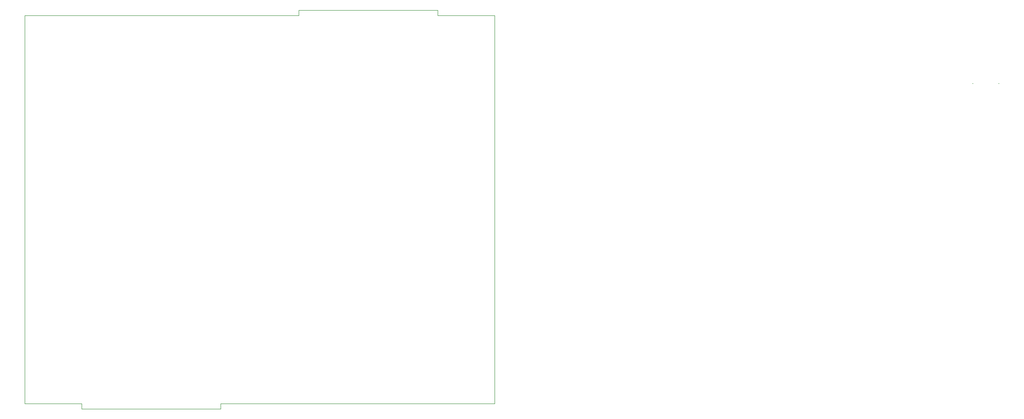
<source format=gm1>
%TF.GenerationSoftware,KiCad,Pcbnew,(6.0.0-rc1-392-g84e0feeee6)*%
%TF.CreationDate,2022-07-25T10:34:59+07:00*%
%TF.ProjectId,Ambino Fan HUB CH552G_Panellize,416d6269-6e6f-4204-9661-6e2048554220,rev?*%
%TF.SameCoordinates,Original*%
%TF.FileFunction,Profile,NP*%
%FSLAX46Y46*%
G04 Gerber Fmt 4.6, Leading zero omitted, Abs format (unit mm)*
G04 Created by KiCad (PCBNEW (6.0.0-rc1-392-g84e0feeee6)) date 2022-07-25 10:34:59*
%MOMM*%
%LPD*%
G01*
G04 APERTURE LIST*
%TA.AperFunction,Profile*%
%ADD10C,0.050000*%
%TD*%
%ADD11C,0.200000*%
G04 APERTURE END LIST*
D10*
X100085193Y-120484017D02*
X100076000Y-46228000D01*
X190246000Y-46470000D02*
X190255193Y-120738017D01*
X137677193Y-120738017D02*
X137677193Y-121754017D01*
X111007193Y-121754017D02*
X111007193Y-120738017D01*
X111007193Y-120738017D02*
X100085193Y-120738017D01*
X100085193Y-120738017D02*
X100085193Y-120484017D01*
X137677193Y-121754017D02*
X111007193Y-121754017D01*
X190255193Y-120738017D02*
X137677193Y-120738017D01*
X179324000Y-45212000D02*
X179324000Y-46228000D01*
D11*
X282085051Y-59270030D02*
X282085051Y-59270030D01*
D10*
X100076000Y-46228000D02*
X152654000Y-46228000D01*
X152654000Y-46228000D02*
X152654000Y-45212000D01*
D11*
X287085091Y-59270030D02*
X287085091Y-59270030D01*
D10*
X190246000Y-46228000D02*
X190246000Y-46482000D01*
X152654000Y-45212000D02*
X179324000Y-45212000D01*
X179324000Y-46228000D02*
X190246000Y-46228000D01*
M02*

</source>
